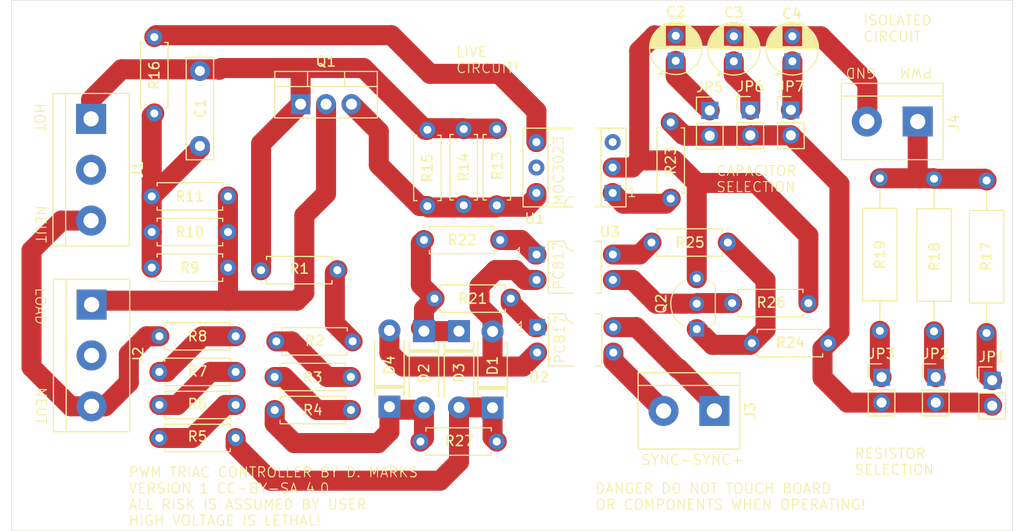
<source format=kicad_pcb>
(kicad_pcb (version 20221018) (generator pcbnew)
  (layers (0 "F.Cu" signal) (31 "B.Cu" signal) (34 "B.Paste" user) (35 "F.Paste" user) (36 "B.SilkS" user "B.Silkscreen") (37 "F.SilkS" user "F.Silkscreen") (38 "B.Mask" user) (39 "F.Mask" user) (44 "Edge.Cuts" user))
  (net 0 "")
  (net 1 "Net-(J1-Pin_1)")
  (net 2 "Net-(C1-Pad2)")
  (net 3 "Net-(JP5-A)")
  (net 4 "GND2")
  (net 5 "Net-(JP6-A)")
  (net 6 "Net-(JP7-A)")
  (net 7 "Net-(D1-K)")
  (net 8 "Net-(D1-A)")
  (net 9 "Net-(D2-A)")
  (net 10 "Net-(D3-A)")
  (net 12 "Net-(J1-Pin_3)")
  (net 13 "Net-(J2-Pin_1)")
  (net 15 "Net-(J3-Pin_1)")
  (net 16 "GND")
  (net 17 "Net-(J4-Pin_1)")
  (net 18 "Net-(JP1-A)")
  (net 19 "Net-(JP1-B)")
  (net 20 "Net-(JP2-A)")
  (net 21 "Net-(JP3-A)")
  (net 22 "Net-(Q1-G)")
  (net 23 "Net-(Q2-E)")
  (net 24 "Net-(Q2-B)")
  (net 25 "Net-(R1-Pad1)")
  (net 26 "Net-(R2-Pad1)")
  (net 27 "Net-(R3-Pad1)")
  (net 28 "Net-(R5-Pad2)")
  (net 29 "Net-(R6-Pad2)")
  (net 30 "Net-(R7-Pad2)")
  (net 31 "Net-(R16-Pad1)")
  (net 32 "Net-(R21-Pad2)")
  (net 33 "Net-(R22-Pad2)")
  (net 34 "Net-(R23-Pad2)")
  (net 35 "Net-(R25-Pad2)")
  (footprint "Capacitor_THT:CP_Radial_D5.0mm_P2.50mm" (layer "F.Cu") (at 122.15 56.1 90)
    (fp_text reference "C3" (at 4.85 0 180) (layer "F.SilkS"))
    (fp_text value "22 uF")
    (pad "1" thru_hole rect (at 0 0 90) (size 1.6 1.6) (drill 0.8) (layers "*.Cu" "*.Mask") (net 5 "Net-(JP6-A)"))
    (pad "2" thru_hole circle (at 2.5 0 90) (size 1.6 1.6) (drill 0.8) (layers "*.Cu" "*.Mask") (net 4 "GND2"))
  )
  (footprint "TerminalBlock:TerminalBlock_bornier-3_P5.08mm" (layer "F.Cu") (at 57.95 61.85 -90)
    (fp_text reference "J1" (at 5.05 -4.65 90) (layer "F.SilkS"))
    (fp_text value "AC LINE")
    (pad "1" thru_hole rect (at 0 0 270) (size 3 3) (drill 1.52) (layers "*.Cu" "*.Mask") (net 1 "Net-(J1-Pin_1)"))
    (pad "2" thru_hole circle (at 5.08 0 270) (size 3 3) (drill 1.52) (layers "*.Cu" "*.Mask"))
    (pad "3" thru_hole circle (at 10.16 0 270) (size 3 3) (drill 1.52) (layers "*.Cu" "*.Mask") (net 12 "Net-(J1-Pin_3)"))
  )
  (footprint "Resistor_THT:R_Axial_DIN0309_L9.0mm_D3.2mm_P15.24mm_Horizontal" (layer "F.Cu") (at 142.15 67.83 -90)
    (fp_text reference "R18" (at 7.79 -0.05 -90) (layer "F.SilkS"))
    (fp_text value "3k3")
    (pad "1" thru_hole circle (at 0 0 270) (size 1.6 1.6) (drill 0.8) (layers "*.Cu" "*.Mask") (net 17 "Net-(J4-Pin_1)"))
    (pad "2" thru_hole oval (at 15.24 0 270) (size 1.6 1.6) (drill 0.8) (layers "*.Cu" "*.Mask") (net 20 "Net-(JP2-A)"))
  )
  (footprint "MountingHole:MountingHole_3.2mm_M3" (layer "F.Cu") (at 54 98)
    (fp_text reference "H3" hide)
    (fp_text value "MountingHole")
    (pad "" np_thru_hole circle (at 0 0) (size 3.2 3.2) (drill 3.2) (layers "*.Cu" "*.Mask"))
  )
  (footprint "Capacitor_THT:CP_Radial_D5.0mm_P2.50mm" (layer "F.Cu") (at 128 56.1 90)
    (fp_text reference "C4" (at 4.755112 -0.05 180) (layer "F.SilkS"))
    (fp_text value "10 uF")
    (pad "1" thru_hole rect (at 0 0 90) (size 1.6 1.6) (drill 0.8) (layers "*.Cu" "*.Mask") (net 6 "Net-(JP7-A)"))
    (pad "2" thru_hole circle (at 2.5 0 90) (size 1.6 1.6) (drill 0.8) (layers "*.Cu" "*.Mask") (net 4 "GND2"))
  )
  (footprint "Resistor_THT:R_Axial_DIN0309_L9.0mm_D3.2mm_P15.24mm_Horizontal" (layer "F.Cu") (at 147.4 68 -90)
    (fp_text reference "R17" (at 7.59 0.05 -90) (layer "F.SilkS"))
    (fp_text value "3k3")
    (pad "1" thru_hole circle (at 0 0 270) (size 1.6 1.6) (drill 0.8) (layers "*.Cu" "*.Mask") (net 17 "Net-(J4-Pin_1)"))
    (pad "2" thru_hole oval (at 15.24 0 270) (size 1.6 1.6) (drill 0.8) (layers "*.Cu" "*.Mask") (net 18 "Net-(JP1-A)"))
  )
  (footprint "Resistor_THT:R_Axial_DIN0207_L6.3mm_D2.5mm_P7.62mm_Horizontal" (layer "F.Cu") (at 82.55 76.962 180)
    (fp_text reference "R1" (at 3.81 0.15) (layer "F.SilkS"))
    (fp_text value "10k")
    (pad "1" thru_hole circle (at 0 0 180) (size 1.6 1.6) (drill 0.8) (layers "*.Cu" "*.Mask") (net 25 "Net-(R1-Pad1)"))
    (pad "2" thru_hole oval (at 7.62 0 180) (size 1.6 1.6) (drill 0.8) (layers "*.Cu" "*.Mask") (net 1 "Net-(J1-Pin_1)"))
  )
  (footprint "Resistor_THT:R_Axial_DIN0207_L6.3mm_D2.5mm_P7.62mm_Horizontal" (layer "F.Cu") (at 72.39 90.424 180)
    (fp_text reference "R6" (at 3.81 0.1) (layer "F.SilkS"))
    (fp_text value "10k")
    (pad "1" thru_hole circle (at 0 0 180) (size 1.6 1.6) (drill 0.8) (layers "*.Cu" "*.Mask") (net 28 "Net-(R5-Pad2)"))
    (pad "2" thru_hole oval (at 7.62 0 180) (size 1.6 1.6) (drill 0.8) (layers "*.Cu" "*.Mask") (net 29 "Net-(R6-Pad2)"))
  )
  (footprint "Resistor_THT:R_Axial_DIN0207_L6.3mm_D2.5mm_P7.62mm_Horizontal" (layer "F.Cu") (at 98.47 94.08 180)
    (fp_text reference "R27" (at 3.74 0.06) (layer "F.SilkS"))
    (fp_text value "4k7")
    (pad "1" thru_hole circle (at 0 0 180) (size 1.6 1.6) (drill 0.8) (layers "*.Cu" "*.Mask") (net 8 "Net-(D1-A)"))
    (pad "2" thru_hole oval (at 7.62 0 180) (size 1.6 1.6) (drill 0.8) (layers "*.Cu" "*.Mask") (net 9 "Net-(D2-A)"))
  )
  (footprint "Resistor_THT:R_Axial_DIN0207_L6.3mm_D2.5mm_P7.62mm_Horizontal" (layer "F.Cu") (at 115.85 62.2 -90)
    (fp_text reference "R23" (at 3.77 0 90) (layer "F.SilkS"))
    (fp_text value "47R")
    (pad "1" thru_hole circle (at 0 0 270) (size 1.6 1.6) (drill 0.8) (layers "*.Cu" "*.Mask") (net 19 "Net-(JP1-B)"))
    (pad "2" thru_hole oval (at 7.62 0 270) (size 1.6 1.6) (drill 0.8) (layers "*.Cu" "*.Mask") (net 34 "Net-(R23-Pad2)"))
  )
  (footprint "Resistor_THT:R_Axial_DIN0207_L6.3mm_D2.5mm_P7.62mm_Horizontal" (layer "F.Cu") (at 72.39 87.122 180)
    (fp_text reference "R7" (at 3.81 0.05) (layer "F.SilkS"))
    (fp_text value "10k")
    (pad "1" thru_hole circle (at 0 0 180) (size 1.6 1.6) (drill 0.8) (layers "*.Cu" "*.Mask") (net 29 "Net-(R6-Pad2)"))
    (pad "2" thru_hole oval (at 7.62 0 180) (size 1.6 1.6) (drill 0.8) (layers "*.Cu" "*.Mask") (net 30 "Net-(R7-Pad2)"))
  )
  (footprint "Resistor_THT:R_Axial_DIN0207_L6.3mm_D2.5mm_P7.62mm_Horizontal" (layer "F.Cu") (at 91.2 73.95)
    (fp_text reference "R22" (at 3.81 0) (layer "F.SilkS"))
    (fp_text value "100R")
    (pad "1" thru_hole circle (at 0 0) (size 1.6 1.6) (drill 0.8) (layers "*.Cu" "*.Mask") (net 7 "Net-(D1-K)"))
    (pad "2" thru_hole oval (at 7.62 0) (size 1.6 1.6) (drill 0.8) (layers "*.Cu" "*.Mask") (net 33 "Net-(R22-Pad2)"))
  )
  (footprint "MountingHole:MountingHole_3.2mm_M3" (layer "F.Cu") (at 146 98)
    (fp_text reference "H4" hide)
    (fp_text value "MountingHole")
    (pad "" np_thru_hole circle (at 0 0) (size 3.2 3.2) (drill 3.2) (layers "*.Cu" "*.Mask"))
  )
  (footprint "Resistor_THT:R_Axial_DIN0207_L6.3mm_D2.5mm_P7.62mm_Horizontal" (layer "F.Cu") (at 64.262 53.68 -90)
    (fp_text reference "R16" (at 3.82 0 -270) (layer "F.SilkS"))
    (fp_text value "330R")
    (pad "1" thru_hole circle (at 0 0 270) (size 1.6 1.6) (drill 0.8) (layers "*.Cu" "*.Mask") (net 31 "Net-(R16-Pad1)"))
    (pad "2" thru_hole oval (at 7.62 0 270) (size 1.6 1.6) (drill 0.8) (layers "*.Cu" "*.Mask") (net 2 "Net-(C1-Pad2)"))
  )
  (footprint "Connector_PinHeader_2.54mm:PinHeader_1x02_P2.54mm_Vertical" (layer "F.Cu") (at 123.8 60.95)
    (fp_text reference "JP6" (at 0 -2.33) (layer "F.SilkS"))
    (fp_text value "Pinhead")
    (pad "1" thru_hole rect (at 0 0) (size 1.7 1.7) (drill 1) (layers "*.Cu" "*.Mask") (net 5 "Net-(JP6-A)"))
    (pad "2" thru_hole oval (at 0 2.54) (size 1.7 1.7) (drill 1) (layers "*.Cu" "*.Mask") (net 19 "Net-(JP1-B)"))
  )
  (footprint "Capacitor_THT:C_Rect_L10.0mm_W2.5mm_P7.50mm_MKS4" (layer "F.Cu") (at 68.82 57.06 -90)
    (fp_text reference "C1" (at 3.75 -0.06 -90) (layer "F.SilkS"))
    (fp_text value "10 nF, 400 V")
    (pad "1" thru_hole circle (at 0 0 270) (size 2 2) (drill 1) (layers "*.Cu" "*.Mask") (net 1 "Net-(J1-Pin_1)"))
    (pad "2" thru_hole circle (at 7.5 0 270) (size 2 2) (drill 1) (layers "*.Cu" "*.Mask") (net 2 "Net-(C1-Pad2)"))
  )
  (footprint "Resistor_THT:R_Axial_DIN0207_L6.3mm_D2.5mm_P7.62mm_Horizontal" (layer "F.Cu") (at 131.57 84.25 180)
    (fp_text reference "R24" (at 3.77 0.05) (layer "F.SilkS"))
    (fp_text value "4R7")
    (pad "1" thru_hole circle (at 0 0 180) (size 1.6 1.6) (drill 0.8) (layers "*.Cu" "*.Mask") (net 19 "Net-(JP1-B)"))
    (pad "2" thru_hole oval (at 7.62 0 180) (size 1.6 1.6) (drill 0.8) (layers "*.Cu" "*.Mask") (net 23 "Net-(Q2-E)"))
  )
  (footprint "Capacitor_THT:CP_Radial_D5.0mm_P2.50mm" (layer "F.Cu") (at 116.35 56.05 90)
    (fp_text reference "C2" (at 4.9 0) (layer "F.SilkS"))
    (fp_text value "47 uF")
    (pad "1" thru_hole rect (at 0 0 90) (size 1.6 1.6) (drill 0.8) (layers "*.Cu" "*.Mask") (net 3 "Net-(JP5-A)"))
    (pad "2" thru_hole circle (at 2.5 0 90) (size 1.6 1.6) (drill 0.8) (layers "*.Cu" "*.Mask") (net 4 "GND2"))
  )
  (footprint "Resistor_THT:R_Axial_DIN0207_L6.3mm_D2.5mm_P7.62mm_Horizontal" (layer "F.Cu") (at 92.25 79.8)
    (fp_text reference "R21" (at 3.82 0) (layer "F.SilkS"))
    (fp_text value "100R")
    (pad "1" thru_hole circle (at 0 0) (size 1.6 1.6) (drill 0.8) (layers "*.Cu" "*.Mask") (net 7 "Net-(D1-K)"))
    (pad "2" thru_hole oval (at 7.62 0) (size 1.6 1.6) (drill 0.8) (layers "*.Cu" "*.Mask") (net 32 "Net-(R21-Pad2)"))
  )
  (footprint "Connector_PinHeader_2.54mm:PinHeader_1x02_P2.54mm_Vertical" (layer "F.Cu") (at 142.32 87.65)
    (fp_text reference "JP2" (at 0 -2.33) (layer "F.SilkS"))
    (fp_text value "Pinhead")
    (pad "1" thru_hole rect (at 0 0) (size 1.7 1.7) (drill 1) (layers "*.Cu" "*.Mask") (net 20 "Net-(JP2-A)"))
    (pad "2" thru_hole oval (at 0 2.54) (size 1.7 1.7) (drill 1) (layers "*.Cu" "*.Mask") (net 19 "Net-(JP1-B)"))
  )
  (footprint "Connector_PinHeader_2.54mm:PinHeader_1x02_P2.54mm_Vertical" (layer "F.Cu") (at 119.75 61)
    (fp_text reference "JP5" (at 0 -2.33) (layer "F.SilkS"))
    (fp_text value "Pinhead")
    (pad "1" thru_hole rect (at 0 0) (size 1.7 1.7) (drill 1) (layers "*.Cu" "*.Mask") (net 3 "Net-(JP5-A)"))
    (pad "2" thru_hole oval (at 0 2.54) (size 1.7 1.7) (drill 1) (layers "*.Cu" "*.Mask") (net 19 "Net-(JP1-B)"))
  )
  (footprint "TerminalBlock:TerminalBlock_bornier-3_P5.08mm" (layer "F.Cu") (at 58 80.4 -90)
    (fp_text reference "J2" (at 5.05 -4.65 90) (layer "F.SilkS"))
    (fp_text value "LOAD")
    (pad "1" thru_hole rect (at 0 0 270) (size 3 3) (drill 1.52) (layers "*.Cu" "*.Mask") (net 13 "Net-(J2-Pin_1)"))
    (pad "2" thru_hole circle (at 5.08 0 270) (size 3 3) (drill 1.52) (layers "*.Cu" "*.Mask"))
    (pad "3" thru_hole circle (at 10.16 0 270) (size 3 3) (drill 1.52) (layers "*.Cu" "*.Mask") (net 12 "Net-(J1-Pin_3)"))
  )
  (footprint "TerminalBlock:TerminalBlock_bornier-2_P5.08mm" (layer "F.Cu") (at 140.52 62.11 180)
    (fp_text reference "J4" (at -3.62 -0.12 90) (layer "F.SilkS"))
    (fp_text value "PWM")
    (pad "1" thru_hole rect (at 0 0 180) (size 3 3) (drill 1.52) (layers "*.Cu" "*.Mask") (net 17 "Net-(J4-Pin_1)"))
    (pad "2" thru_hole circle (at 5.08 0 180) (size 3 3) (drill 1.52) (layers "*.Cu" "*.Mask") (net 4 "GND2"))
  )
  (footprint "Connector_PinHeader_2.54mm:PinHeader_1x02_P2.54mm_Vertical" (layer "F.Cu") (at 127.85 60.95)
    (fp_text reference "JP7" (at 0 -2.33) (layer "F.SilkS"))
    (fp_text value "Pinhead")
    (pad "1" thru_hole rect (at 0 0) (size 1.7 1.7) (drill 1) (layers "*.Cu" "*.Mask") (net 6 "Net-(JP7-A)"))
    (pad "2" thru_hole oval (at 0 2.54) (size 1.7 1.7) (drill 1) (layers "*.Cu" "*.Mask") (net 19 "Net-(JP1-B)"))
  )
  (footprint "Resistor_THT:R_Axial_DIN0207_L6.3mm_D2.5mm_P7.62mm_Horizontal" (layer "F.Cu") (at 76.29 90.932)
    (fp_text reference "R4" (at 3.81 0) (layer "F.SilkS"))
    (fp_text value "10k")
    (pad "1" thru_hole circle (at 0 0) (size 1.6 1.6) (drill 0.8) (layers "*.Cu" "*.Mask") (net 9 "Net-(D2-A)"))
    (pad "2" thru_hole oval (at 7.62 0) (size 1.6 1.6) (drill 0.8) (layers "*.Cu" "*.Mask") (net 27 "Net-(R3-Pad1)"))
  )
  (footprint "Resistor_THT:R_Axial_DIN0207_L6.3mm_D2.5mm_P7.62mm_Horizontal" (layer "F.Cu") (at 95.17 62.87 -90)
    (fp_text reference "R14" (at 3.81 0 90) (layer "F.SilkS"))
    (fp_text value "220k")
    (pad "1" thru_hole circle (at 0 0 270) (size 1.6 1.6) (drill 0.8) (layers "*.Cu" "*.Mask") (net 1 "Net-(J1-Pin_1)"))
    (pad "2" thru_hole oval (at 7.62 0 270) (size 1.6 1.6) (drill 0.8) (layers "*.Cu" "*.Mask") (net 22 "Net-(Q1-G)"))
  )
  (footprint "Resistor_THT:R_Axial_DIN0207_L6.3mm_D2.5mm_P7.62mm_Horizontal" (layer "F.Cu") (at 76.28 87.63)
    (fp_text reference "R3" (at 3.81 0.05) (layer "F.SilkS"))
    (fp_text value "10k")
    (pad "1" thru_hole circle (at 0 0) (size 1.6 1.6) (drill 0.8) (layers "*.Cu" "*.Mask") (net 27 "Net-(R3-Pad1)"))
    (pad "2" thru_hole oval (at 7.62 0) (size 1.6 1.6) (drill 0.8) (layers "*.Cu" "*.Mask") (net 26 "Net-(R2-Pad1)"))
  )
  (footprint "Resistor_THT:R_Axial_DIN0207_L6.3mm_D2.5mm_P7.62mm_Horizontal" (layer "F.Cu") (at 129.6 80.25 180)
    (fp_text reference "R26" (at 3.72 0.05) (layer "F.SilkS"))
    (fp_text value "1k")
    (pad "1" thru_hole circle (at 0 0 180) (size 1.6 1.6) (drill 0.8) (layers "*.Cu" "*.Mask") (net 4 "GND2"))
    (pad "2" thru_hole oval (at 7.62 0 180) (size 1.6 1.6) (drill 0.8) (layers "*.Cu" "*.Mask") (net 24 "Net-(Q2-B)"))
  )
  (footprint "Resistor_THT:R_Axial_DIN0207_L6.3mm_D2.5mm_P7.62mm_Horizontal" (layer "F.Cu") (at 121.55 74.2 180)
    (fp_text reference "R25" (at 3.77 0) (layer "F.SilkS"))
    (fp_text value "47R")
    (pad "1" thru_hole circle (at 0 0 180) (size 1.6 1.6) (drill 0.8) (layers "*.Cu" "*.Mask") (net 23 "Net-(Q2-E)"))
    (pad "2" thru_hole oval (at 7.62 0 180) (size 1.6 1.6) (drill 0.8) (layers "*.Cu" "*.Mask") (net 35 "Net-(R25-Pad2)"))
  )
  (footprint "Resistor_THT:R_Axial_DIN0207_L6.3mm_D2.5mm_P7.62mm_Horizontal" (layer "F.Cu") (at 98.48 62.87 -90)
    (fp_text reference "R13" (at 3.67 -0.05 90) (layer "F.SilkS"))
    (fp_text value "220k")
    (pad "1" thru_hole circle (at 0 0 270) (size 1.6 1.6) (drill 0.8) (layers "*.Cu" "*.Mask") (net 1 "Net-(J1-Pin_1)"))
    (pad "2" thru_hole oval (at 7.62 0 270) (size 1.6 1.6) (drill 0.8) (layers "*.Cu" "*.Mask") (net 22 "Net-(Q1-G)"))
  )
  (footprint "Resistor_THT:R_Axial_DIN0207_L6.3mm_D2.5mm_P7.62mm_Horizontal" (layer "F.Cu") (at 64.008 76.708)
    (fp_text reference "R9" (at 3.81 0) (layer "F.SilkS"))
    (fp_text value "100R")
    (pad "1" thru_hole circle (at 0 0) (size 1.6 1.6) (drill 0.8) (layers "*.Cu" "*.Mask") (net 2 "Net-(C1-Pad2)"))
    (pad "2" thru_hole oval (at 7.62 0) (size 1.6 1.6) (drill 0.8) (layers "*.Cu" "*.Mask") (net 13 "Net-(J2-Pin_1)"))
  )
  (footprint "Resistor_THT:R_Axial_DIN0207_L6.3mm_D2.5mm_P7.62mm_Horizontal" (layer "F.Cu") (at 91.54 62.94 -90)
    (fp_text reference "R15" (at 3.82 0 90) (layer "F.SilkS"))
    (fp_text value "220k")
    (pad "1" thru_hole circle (at 0 0 270) (size 1.6 1.6) (drill 0.8) (layers "*.Cu" "*.Mask") (net 1 "Net-(J1-Pin_1)"))
    (pad "2" thru_hole oval (at 7.62 0 270) (size 1.6 1.6) (drill 0.8) (layers "*.Cu" "*.Mask") (net 22 "Net-(Q1-G)"))
  )
  (footprint "Package_TO_SOT_THT:TO-220-3_Vertical" (layer "F.Cu") (at 78.88 60.38)
    (fp_text reference "Q1" (at 2.54 -4.27) (layer "F.SilkS"))
    (fp_text value "BTA16-600")
    (pad "1" thru_hole rect (at 0 0) (size 1.905 2) (drill 1.1) (layers "*.Cu" "*.Mask") (net 1 "Net-(J1-Pin_1)"))
    (pad "2" thru_hole oval (at 2.54 0) (size 1.905 2) (drill 1.1) (layers "*.Cu" "*.Mask") (net 13 "Net-(J2-Pin_1)"))
    (pad "3" thru_hole oval (at 5.08 0) (size 1.905 2) (drill 1.1) (layers "*.Cu" "*.Mask") (net 22 "Net-(Q1-G)"))
  )
  (footprint "Package_DIP:DIP-4_W7.62mm" (layer "F.Cu") (at 102.45 75.4)
    (fp_text reference "U3" (at 7.33 -2.26) (layer "F.SilkS"))
    (fp_text value "PC817")
    (pad "1" thru_hole rect (at 0 0) (size 1.6 1.6) (drill 0.8) (layers "*.Cu" "*.Mask") (net 33 "Net-(R22-Pad2)"))
    (pad "2" thru_hole oval (at 0 2.54) (size 1.6 1.6) (drill 0.8) (layers "*.Cu" "*.Mask") (net 10 "Net-(D3-A)"))
    (pad "3" thru_hole oval (at 7.62 2.54) (size 1.6 1.6) (drill 0.8) (layers "*.Cu" "*.Mask") (net 24 "Net-(Q2-B)"))
    (pad "4" thru_hole oval (at 7.62 0) (size 1.6 1.6) (drill 0.8) (layers "*.Cu" "*.Mask") (net 35 "Net-(R25-Pad2)"))
  )
  (footprint "MountingHole:MountingHole_2.1mm" (layer "F.Cu") (at 107.21 75.44)
    (fp_text reference "H5" hide)
    (fp_text value "MountingHole" hide)
    (pad "" np_thru_hole oval (at 0 0) (size 2.1 40) (drill oval 2.1 40) (layers "F&B.Cu" "*.Mask"))
  )
  (footprint "MountingHole:MountingHole_3.2mm_M3" (layer "F.Cu") (at 54 54)
    (fp_text reference "H1" hide)
    (fp_text value "MountingHole" hide)
    (pad "" np_thru_hole circle (at 0 0) (size 3.2 3.2) (drill 3.2) (layers "*.Cu" "*.Mask"))
  )
  (footprint "Resistor_THT:R_Axial_DIN0207_L6.3mm_D2.5mm_P7.62mm_Horizontal" (layer "F.Cu") (at 72.39 83.566 180)
    (fp_text reference "R8" (at 3.81 0) (layer "F.SilkS"))
    (fp_text value "10k")
    (pad "1" thru_hole circle (at 0 0 180) (size 1.6 1.6) (drill 0.8) (layers "*.Cu" "*.Mask") (net 30 "Net-(R7-Pad2)"))
    (pad "2" thru_hole oval (at 7.62 0 180) (size 1.6 1.6) (drill 0.8) (layers "*.Cu" "*.Mask") (net 12 "Net-(J1-Pin_3)"))
  )
  (footprint "Connector_PinHeader_2.54mm:PinHeader_1x02_P2.54mm_Vertical" (layer "F.Cu") (at 147.96 87.96)
    (fp_text reference "JP1" (at 0 -2.33) (layer "F.SilkS"))
    (fp_text value "Pinhead")
    (pad "1" thru_hole rect (at 0 0) (size 1.7 1.7) (drill 1) (layers "*.Cu" "*.Mask") (net 18 "Net-(JP1-A)"))
    (pad "2" thru_hole oval (at 0 2.54) (size 1.7 1.7) (drill 1) (layers "*.Cu" "*.Mask") (net 19 "Net-(JP1-B)"))
  )
  (footprint "Package_DIP:DIP-6_W7.62mm_Socket" (layer "F.Cu") (at 110.05 69.25 180)
    (fp_text reference "U1" (at 7.8 -2.55) (layer "F.SilkS"))
    (fp_text value "MOC3023")
    (pad "1" thru_hole rect (at 0 0 180) (size 1.6 1.6) (drill 0.8) (layers "*.Cu" "*.Mask") (net 34 "Net-(R23-Pad2)"))
    (pad "2" thru_hole oval (at 0 2.54 180) (size 1.6 1.6) (drill 0.8) (layers "*.Cu" "*.Mask") (net 4 "GND2"))
    (pad "3" thru_hole oval (at 0 5.08 180) (size 1.6 1.6) (drill 0.8) (layers "*.Cu" "*.Mask"))
    (pad "4" thru_hole oval (at 7.62 5.08 180) (size 1.6 1.6) (drill 0.8) (layers "*.Cu" "*.Mask") (net 31 "Net-(R16-Pad1)"))
    (pad "5" thru_hole oval (at 7.62 2.54 180) (size 1.6 1.6) (drill 0.8) (layers "*.Cu" "*.Mask"))
    (pad "6" thru_hole oval (at 7.62 0 180) (size 1.6 1.6) (drill 0.8) (layers "*.Cu" "*.Mask") (net 22 "Net-(Q1-G)"))
  )
  (footprint "Diode_THT:D_DO-41_SOD81_P7.62mm_Horizontal" (layer "F.Cu") (at 91.2 83.05 -90)
    (fp_text reference "D2" (at 4.2 0 90) (layer "F.SilkS"))
    (fp_text value "1N4007")
    (pad "1" thru_hole rect (at 0 0 270) (size 2.2 2.2) (drill 1.1) (layers "*.Cu" "*.Mask") (net 7 "Net-(D1-K)"))
    (pad "2" thru_hole oval (at 7.62 0 270) (size 2.2 2.2) (drill 1.1) (layers "*.Cu" "*.Mask") (net 9 "Net-(D2-A)"))
  )
  (footprint "Diode_THT:D_DO-41_SOD81_P7.62mm_Horizontal" (layer "F.Cu") (at 98.05 90.7 90)
    (fp_text reference "D3" (at 3.5 -3.35 90) (layer "F.SilkS"))
    (fp_text value "1N4007")
    (pad "1" thru_hole rect (at 0 0 90) (size 2.2 2.2) (drill 1.1) (layers "*.Cu" "*.Mask") (net 8 "Net-(D1-A)"))
    (pad "2" thru_hole oval (at 7.62 0 90) (size 2.2 2.2) (drill 1.1) (layers "*.Cu" "*.Mask") (net 10 "Net-(D3-A)"))
  )
  (footprint "Package_DIP:DIP-4_W7.62mm" (layer "F.Cu") (at 102.5 82.65)
    (fp_text reference "U2" (at 0.17 4.99) (layer "F.SilkS"))
    (fp_text value "PC817")
    (pad "1" thru_hole rect (at 0 0) (size 1.6 1.6) (drill 0.8) (layers "*.Cu" "*.Mask") (net 32 "Net-(R21-Pad2)"))
    (pad "2" thru_hole oval (at 0 2.54) (size 1.6 1.6) (drill 0.8) (layers "*.Cu" "*.Mask") (net 10 "Net-(D3-A)"))
    (pad "3" thru_hole oval (at 7.62 2.54) (size 1.6 1.6) (drill 0.8) (layers "*.Cu" "*.Mask") (net 16 "GND"))
    (pad "4" thru_hole oval (at 7.62 0) (size 1.6 1.6) (drill 0.8) (layers "*.Cu" "*.Mask") (net 15 "Net-(J3-Pin_1)"))
  )
  (footprint "Resistor_THT:R_Axial_DIN0207_L6.3mm_D2.5mm_P7.62mm_Horizontal" (layer "F.Cu") (at 72.39 93.726 180)
    (fp_text reference "R5" (at 3.81 0.15) (layer "F.SilkS"))
    (fp_text value "10k")
    (pad "1" thru_hole circle (at 0 0 180) (size 1.6 1.6) (drill 0.8) (layers "*.Cu" "*.Mask") (net 8 "Net-(D1-A)"))
    (pad "2" thru_hole oval (at 7.62 0 180) (size 1.6 1.6) (drill 0.8) (layers "*.Cu" "*.Mask") (net 28 "Net-(R5-Pad2)"))
  )
  (footprint "Diode_THT:D_DO-41_SOD81_P7.62mm_Horizontal" (layer "F.Cu") (at 87.75 90.6 90)
    (fp_text reference "D4" (at 4.15 0 90) (layer "F.SilkS"))
    (fp_text value "1N4007")
    (pad "1" thru_hole rect (at 0 0 90) (size 2.2 2.2) (drill 1.1) (layers "*.Cu" "*.Mask") (net 9 "Net-(D2-A)"))
    (pad "2" thru_hole oval (at 7.62 0 90) (size 2.2 2.2) (drill 1.1) (layers "*.Cu" "*.Mask") (net 10 "Net-(D3-A)"))
  )
  (footprint "Diode_THT:D_DO-41_SOD81_P7.62mm_Horizontal" (layer "F.Cu") (at 94.7 83.05 -90)
    (fp_text reference "D1" (at 3.45 -3.35 90) (layer "F.SilkS"))
    (fp_text value "1N4007")
    (pad "1" thru_hole rect (at 0 0 270) (size 2.2 2.2) (drill 1.1) (layers "*.Cu" "*.Mask") (net 7 "Net-(D1-K)"))
    (pad "2" thru_hole oval (at 7.62 0 270) (size 2.2 2.2) (drill 1.1) (layers "*.Cu" "*.Mask") (net 8 "Net-(D1-A)"))
  )
  (footprint "MountingHole:MountingHole_3.2mm_M3" (layer "F.Cu") (at 146 54)
    (fp_text reference "H2" hide)
    (fp_text value "MountingHole")
    (pad "" np_thru_hole circle (at 0 0) (size 3.2 3.2) (drill 3.2) (layers "*.Cu" "*.Mask"))
  )
  (footprint "Connector_PinHeader_2.54mm:PinHeader_1x02_P2.54mm_Vertical" (layer "F.Cu") (at 136.91 87.65)
    (fp_text reference "JP3" (at 0 -2.33) (layer "F.SilkS"))
    (fp_text value "Pinhead")
    (pad "1" thru_hole rect (at 0 0) (size 1.7 1.7) (drill 1) (layers "*.Cu" "*.Mask") (net 21 "Net-(JP3-A)"))
    (pad "2" thru_hole oval (at 0 2.54) (size 1.7 1.7) (drill 1) (layers "*.Cu" "*.Mask") (net 19 "Net-(JP1-B)"))
  )
  (footprint "Resistor_THT:R_Axial_DIN0207_L6.3mm_D2.5mm_P7.62mm_Horizontal" (layer "F.Cu") (at 76.454 84.074)
    (fp_text reference "R2" (at 3.84 -0.06) (layer "F.SilkS"))
    (fp_text value "10k")
    (pad "1" thru_hole circle (at 0 0) (size 1.6 1.6) (drill 0.8) (layers "*.Cu" "*.Mask") (net 26 "Net-(R2-Pad1)"))
    (pad "2" thru_hole oval (at 7.62 0) (size 1.6 1.6) (drill 0.8) (layers "*.Cu" "*.Mask") (net 25 "Net-(R1-Pad1)"))
  )
  (footprint "Package_TO_SOT_THT:TO-92_Inline_Wide" (layer "F.Cu") (at 118.45 82.85 90)
    (fp_text reference "Q2" (at 2.54 -3.56 90) (layer "F.SilkS"))
    (fp_text value "2N2907")
    (pad "1" thru_hole rect (at 0 0 90) (size 1.5 1.5) (drill 0.8) (layers "*.Cu" "*.Mask") (net 23 "Net-(Q2-E)"))
    (pad "2" thru_hole circle (at 2.54 0 90) (size 1.5 1.5) (drill 0.8) (layers "*.Cu" "*.Mask") (net 24 "Net-(Q2-B)"))
    (pad "3" thru_hole circle (at 5.08 0 90) (size 1.5 1.5) (drill 0.8) (layers "*.Cu" "*.Mask") (net 4 "GND2"))
  )
  (footprint "TerminalBlock:TerminalBlock_bornier-2_P5.08mm" (layer "F.Cu") (at 120.21 91.02 180)
    (fp_text reference "J3" (at -3.58 0.02 90) (layer "F.SilkS"))
    (fp_text value "ZEROCROSS")
    (pad "1" thru_hole rect (at 0 0 180) (size 3 3) (drill 1.52) (layers "*.Cu" "*.Mask") (net 15 "Net-(J3-Pin_1)"))
    (pad "2" thru_hole circle (at 5.08 0 180) (size 3 3) (drill 1.52) (layers "*.Cu" "*.Mask") (net 16 "GND"))
  )
  (footprint "Resistor_THT:R_Axial_DIN0309_L9.0mm_D3.2mm_P15.24mm_Horizontal" (layer "F.Cu") (at 136.74 67.78 -90)
    (fp_text reference "R19" (at 7.63 0 90) (layer "F.SilkS"))
    (fp_text value "820R")
    (pad "1" thru_hole circle (at 0 0 270) (size 1.6 1.6) (drill 0.8) (layers "*.Cu" "*.Mask") (net 17 "Net-(J4-Pin_1)"))
    (pad "2" thru_hole oval (at 15.24 0 270) (size 1.6 1.6) (drill 0.8) (layers "*.Cu" "*.Mask") (net 21 "Net-(JP3-A)"))
  )
  (footprint "Resistor_THT:R_Axial_DIN0207_L6.3mm_D2.5mm_P7.62mm_Horizontal" (layer "F.Cu") (at 64.008 69.596)
    (fp_text reference "R11" (at 3.81 0) (layer "F.SilkS"))
    (fp_text value "100R")
    (pad "1" thru_hole circle (at 0 0) (size 1.6 1.6) (drill 0.8) (layers "*.Cu" "*.Mask") (net 2 "Net-(C1-Pad2)"))
    (pad "2" thru_hole oval (at 7.62 0) (size 1.6 1.6) (drill 0.8) (layers "*.Cu" "*.Mask") (net 13 "Net-(J2-Pin_1)"))
  )
  (footprint "Resistor_THT:R_Axial_DIN0207_L6.3mm_D2.5mm_P7.62mm_Horizontal" (layer "F.Cu") (at 64.008 73.152)
    (fp_text reference "R10" (at 3.81 0) (layer "F.SilkS"))
    (fp_text value "100R")
    (pad "1" thru_hole circle (at 0 0) (size 1.6 1.6) (drill 0.8) (layers "*.Cu" "*.Mask") (net 2 "Net-(C1-Pad2)"))
    (pad "2" thru_hole oval (at 7.62 0) (size 1.6 1.6) (drill 0.8) (layers "*.Cu" "*.Mask") (net 13 "Net-(J2-Pin_1)"))
  )
  (gr_line (start 150 103) (end 50 103) (stroke (width 0.05)) (layer "Edge.Cuts"))
  (gr_line (start 150 50) (end 150 103) (stroke (width 0.05)) (layer "Edge.Cuts"))
  (gr_line (start 50 50) (end 150 50) (stroke (width 0.05)) (layer "Edge.Cuts"))
  (gr_line (start 50 103) (end 50 50) (stroke (width 0.05)) (layer "Edge.Cuts"))
  (gr_text "CAPACITOR\nSELECTION" (at 120.34 69.24) (layer "F.SilkS") (effects (font (size 1 1) (thickness 0.1)) (justify left bottom)))
  (gr_text "LIVE\nCIRCUIT!" (at 94.36 57.36) (layer "F.SilkS") (effects (font (size 1 1) (thickness 0.1)) (justify left bottom)))
  (gr_text "\nHOT" (at 52.21 60.21 270) (layer "F.SilkS") (effects (font (size 1 1) (thickness 0.1)) (justify left bottom)))
  (gr_text "PWM TRIAC CONTROLLER BY D. MARKS\nVERSION 1 CC-BY-SA 4.0\nALL RISK IS ASSUMED BY USER\nHIGH VOLTAGE IS LETHAL!" (at 61.64 102.56) (layer "F.SilkS") (effects (font (size 1 1) (thickness 0.1)) (justify left bottom)))
  (gr_text "LOAD" (at 52.31 78.64 270) (layer "F.SilkS") (effects (font (size 1 1) (thickness 0.1)) (justify left bottom)))
  (gr_text "NEUT" (at 52.37 88.58 270) (layer "F.SilkS") (effects (font (size 1 1) (thickness 0.1)) (justify left bottom)))
  (gr_text "GND" (at 136.43 56.67 180) (layer "F.SilkS") (effects (font (size 1 1) (thickness 0.1)) (justify left bottom)))
  (gr_text "RESISTOR\nSELECTION" (at 134.17 97.48) (layer "F.SilkS") (effects (font (size 1 1) (thickness 0.1)) (justify left bottom)))
  (gr_text "PC817" (at 105.37 86.38 90) (layer "F.SilkS") (effects (font (size 1 1) (thickness 0.1)) (justify left bottom)))
  (gr_text "SYNC+" (at 117.98 96.49) (layer "F.SilkS") (effects (font (size 1 1) (thickness 0.1)) (justify left bottom)))
  (gr_text "PC817" (at 105.23 79.02 90) (layer "F.SilkS") (effects (font (size 1 1) (thickness 0.1)) (justify left bottom)))
  (gr_text "DANGER DO NOT TOUCH BOARD\nOR COMPONENTS WHEN OPERATING!" (at 108.25 100.97) (layer "F.SilkS") (effects (font (size 1 1) (thickness 0.1)) (justify left bottom)))
  (gr_text "PWM" (at 142.04 56.67 180) (layer "F.SilkS") (effects (font (size 1 1) (thickness 0.1)) (justify left bottom)))
  (gr_text "MOC3023" (at 105.24 70.58 90) (layer "F.SilkS") (effects (font (size 1 1) (thickness 0.1)) (justify left bottom)))
  (gr_text "1" (at 111.43 69.74) (layer "F.SilkS") (effects (font (size 1 1) (thickness 0.1)) (justify left bottom)))
  (gr_text "SYNC-" (at 112.83 96.5) (layer "F.SilkS") (effects (font (size 1 1) (thickness 0.1)) (justify left bottom)))
  (gr_text "1" (at 100.37 83.21) (layer "F.SilkS") (effects (font (size 1 1) (thickness 0.1)) (justify left bottom)))
  (gr_text "ISOLATED\nCIRCUIT" (at 135.03 54.21) (layer "F.SilkS") (effects (font (size 1 1) (thickness 0.1)) (justify left bottom)))
  (gr_text "NEUT" (at 52.33 70.42 270) (layer "F.SilkS") (effects (font (size 1 1) (thickness 0.1)) (justify left bottom)))
  (gr_text "1" (at 100.19 75.81) (layer "F.SilkS") (effects (font (size 1 1) (thickness 0.1)) (justify left bottom)))
  (segment (start 95.08 62.78) (end 91.7 62.78) (width 2) (layer "F.Cu") (net 1))
  (segment (start 70.92 56.77) (end 70.75 56.94) (width 2) (layer "F.Cu") (net 1))
  (segment (start 78.88 56.9) (end 78.75 56.77) (width 2) (layer "F.Cu") (net 1))
  (segment (start 74.93 64.33) (end 78.88 60.38) (width 2) (layer "F.Cu") (net 1))
  (segment (start 78.75 56.77) (end 70.92 56.77) (width 2) (layer "F.Cu") (net 1))
  (segment (start 74.93 76.962) (end 74.93 64.33) (width 2) (layer "F.Cu") (net 1))
  (segment (start 60.994 56.896) (end 57.95 59.94) (width 2) (layer "F.Cu") (net 1))
  (segment (start 98.43 62.82) (end 95.22 62.82) (width 2) (layer "F.Cu") (net 1))
  (segment (start 78.88 60.38) (end 78.88 56.9) (width 2) (layer "F.Cu") (net 1))
  (segment (start 70.706 56.896) (end 60.994 56.896) (width 2) (layer "F.Cu") (net 1))
  (segment (start 70.75 56.94) (end 70.706 56.896) (width 2) (layer "F.Cu") (net 1))
  (segment (start 57.95 59.94) (end 57.95 61.85) (width 2) (layer "F.Cu") (net 1))
  (segment (start 95.22 62.82) (end 95.17 62.87) (width 2) (layer "F.Cu") (net 1))
  (segment (start 91.7 62.78) (end 91.54 62.94) (width 2) (layer "F.Cu") (net 1))
  (segment (start 95.17 62.87) (end 95.08 62.78) (width 2) (layer "F.Cu") (net 1))
  (segment (start 78.75 56.77) (end 85.16 56.77) (width 2) (layer "F.Cu") (net 1))
  (segment (start 85.16 56.77) (end 91.33 62.94) (width 2) (layer "F.Cu") (net 1))
  (segment (start 91.33 62.94) (end 91.54 62.94) (width 2) (layer "F.Cu") (net 1))
  (segment (start 98.48 62.87) (end 98.43 62.82) (width 2) (layer "F.Cu") (net 1))
  (segment (start 64.008 76.708) (end 64 76.7) (width 2) (layer "F.Cu") (net 2))
  (segment (start 64 69.604) (end 64.008 69.596) (width 2) (layer "F.Cu") (net 2))
  (segment (start 68.82 64.784) (end 64.008 69.596) (width 2) (layer "F.Cu") (net 2))
  (segment (start 68.82 64.56) (end 68.82 64.784) (width 2) (layer "F.Cu") (net 2))
  (segment (start 64.008 61.554) (end 64.262 61.3) (width 2) (layer "F.Cu") (net 2))
  (segment (start 64 76.7) (end 64 73.16) (width 2) (layer "F.Cu") (net 2))
  (segment (start 64 73.16) (end 64.008 73.152) (width 2) (layer "F.Cu") (net 2))
  (segment (start 64 73.144) (end 64 69.604) (width 2) (layer "F.Cu") (net 2))
  (segment (start 64.008 69.596) (end 64.008 61.554) (width 2) (layer "F.Cu") (net 2))
  (segment (start 64.008 73.152) (end 64 73.144) (width 2) (layer "F.Cu") (net 2))
  (segment (start 116.35 56.05) (end 116.35 57.6) (width 2) (layer "F.Cu") (net 3))
  (segment (start 116.35 57.6) (end 119.75 61) (width 2) (layer "F.Cu") (net 3))
  (segment (start 114.25 53.5) (end 114.3 53.55) (width 2) (layer "F.Cu") (net 4))
  (segment (start 118.45 77.77) (end 118.45 68.25) (width 2) (layer "F.Cu") (net 4))
  (segment (start 118.45 68.25) (end 124.35 68.25) (width 2) (layer "F.Cu") (net 4))
  (segment (start 122.1 53.55) (end 122.15 53.6) (width 2) (layer "F.Cu") (net 4))
  (segment (start 129.6 73.5) (end 129.6 80.25) (width 2) (layer "F.Cu") (net 4))
  (segment (start 135.49 58.24) (end 130.85 53.6) (width 2) (layer "F.Cu") (net 4))
  (segment (start 112.7 55.05) (end 114.25 53.5) (width 2) (layer "F.Cu") (net 4))
  (segment (start 122.15 53.6) (end 128 53.6) (width 2) (layer "F.Cu") (net 4))
  (segment (start 116.2 66) (end 112.7 66) (width 2) (layer "F.Cu") (net 4))
  (segment (start 112.7 66) (end 112.7 55.05) (width 2) (layer "F.Cu") (net 4))
  (segment (start 111.99 66.71) (end 112.7 66) (width 2) (layer "F.Cu") (net 4))
  (segment (start 114.3 53.55) (end 116.35 53.55) (width 2) (layer "F.Cu") (net 4))
  (segment (start 130.85 53.6) (end 128 53.6) (width 2) (layer "F.Cu") (net 4))
  (segment (start 124.35 68.25) (end 129.6 73.5) (width 2) (layer "F.Cu") (net 4))
  (segment (start 118.45 68.25) (end 116.2 66) (width 2) (layer "F.Cu") (net 4))
  (segment (start 116.35 53.55) (end 122.1 53.55) (width 2) (layer "F.Cu") (net 4))
  (segment (start 110.05 66.71) (end 111.99 66.71) (width 2) (layer "F.Cu") (net 4))
  (segment (start 135.49 62.15) (end 135.49 58.24) (width 2) (layer "F.Cu") (net 4))
  (segment (start 123.8 59.1) (end 123.8 60.95) (width 2) (layer "F.Cu") (net 5))
  (segment (start 122.15 56.1) (end 122.15 57.45) (width 2) (layer "F.Cu") (net 5))
  (segment (start 122.15 57.45) (end 123.8 59.1) (width 2) (layer "F.Cu") (net 5))
  (segment (start 128 60.8) (end 127.85 60.95) (width 2) (layer "F.Cu") (net 6))
  (segment (start 128 56.1) (end 128 60.8) (width 2) (layer "F.Cu") (net 6))
  (segment (start 91.2 83.05) (end 94.7 83.05) (width 2) (layer "F.Cu") (net 7))
  (segment (start 91.2 80.85) (end 92.25 79.8) (width 2) (layer "F.Cu") (net 7))
  (segment (start 90.89 74.26) (end 91.2 73.95) (width 2) (layer "F.Cu") (net 7))
  (segment (start 90.9 82.75) (end 91.2 83.05) (width 2) (layer "F.Cu") (net 7))
  (segment (start 90.89 78.44) (end 90.89 74.26) (width 2) (layer "F.Cu") (net 7))
  (segment (start 92.25 79.8) (end 90.89 78.44) (width 2) (layer "F.Cu") (net 7))
  (segment (start 91.2 83.05) (end 91.2 80.85) (width 2) (layer "F.Cu") (net 7))
  (segment (start 98.05 93.66) (end 98.47 94.08) (width 2) (layer "F.Cu") (net 8))
  (segment (start 92.82 97.99) (end 94.7 96.11) (width 2) (layer "F.Cu") (net 8))
  (segment (start 72.39 93.726) (end 72.39 94.488) (width 2) (layer "F.Cu") (net 8))
  (segment (start 72.39 94.488) (end 75.892 97.99) (width 2) (layer "F.Cu") (net 8))
  (segment (start 98.01 90.7) (end 98.05 90.7) (width 2) (layer "F.Cu") (net 8))
  (segment (start 97.98 90.67) (end 98.01 90.7) (width 2) (layer "F.Cu") (net 8))
  (segment (start 94.7 90.67) (end 97.98 90.67) (width 2) (layer "F.Cu") (net 8))
  (segment (start 94.7 96.11) (end 94.7 90.67) (width 2) (layer "F.Cu") (net 8))
  (segment (start 75.892 97.99) (end 92.82 97.99) (width 2) (layer "F.Cu") (net 8))
  (segment (start 98.05 90.7) (end 98.05 93.66) (width 2) (layer "F.Cu") (net 8))
  (segment (start 78.232 94.234) (end 76.29 92.292) (width 2) (layer "F.Cu") (net 9))
  (segment (start 91.2 90.67) (end 91.2 93.73) (width 2) (layer "F.Cu") (net 9))
  (segment (start 91.2 93.73) (end 90.85 94.08) (width 2) (layer "F.Cu") (net 9))
  (segment (start 76.29 92.292) (end 76.29 90.932) (width 2) (layer "F.Cu") (net 9))
  (segment (start 90.97 90.9) (end 88.05 90.9) (width 2) (layer "F.Cu") (net 9))
  (segment (start 87.75 90.6) (end 87.75 93.098) (width 2) (layer "F.Cu") (net 9))
  (segment (start 87.75 93.098) (end 86.614 94.234) (width 2) (layer "F.Cu") (net 9))
  (segment (start 91.2 90.67) (end 90.97 90.9) (width 2) (layer "F.Cu") (net 9))
  (segment (start 86.614 94.234) (end 78.232 94.234) (width 2) (layer "F.Cu") (net 9))
  (segment (start 88.05 90.9) (end 87.75 90.6) (width 2) (layer "F.Cu") (net 9))
  (segment (start 98.22 86.59) (end 89.12 86.59) (width 2) (layer "F.Cu") (net 10))
  (segment (start 96.75 78.55) (end 96.75 80.55) (width 2) (layer "F.Cu") (net 10))
  (segment (start 101.31863 77.94) (end 100.32863 76.95) (width 2) (layer "F.Cu") (net 10))
  (segment (start 87.75 85.22) (end 87.75 82.98) (width 2) (layer "F.Cu") (net 10))
  (segment (start 89.12 86.59) (end 87.75 85.22) (width 2) (layer "F.Cu") (net 10))
  (segment (start 98.05 86.42) (end 98.22 86.59) (width 2) (layer "F.Cu") (net 10))
  (segment (start 100.32863 76.95) (end 98.35 76.95) (width 2) (layer "F.Cu") (net 10))
  (segment (start 102.45 77.94) (end 101.31863 77.94) (width 2) (layer "F.Cu") (net 10))
  (segment (start 102.5 85.19) (end 101.1 86.59) (width 2) (layer "F.Cu") (net 10))
  (segment (start 101.1 86.59) (end 98.22 86.59) (width 2) (layer "F.Cu") (net 10))
  (segment (start 98.05 83.08) (end 98.05 86.42) (width 2) (layer "F.Cu") (net 10))
  (segment (start 96.75 80.55) (end 98.05 81.85) (width 2) (layer "F.Cu") (net 10))
  (segment (start 98.05 81.85) (end 98.05 83.08) (width 2) (layer "F.Cu") (net 10))
  (segment (start 98.35 76.95) (end 96.75 78.55) (width 2) (layer "F.Cu") (net 10))
  (segment (start 54.99 72.01) (end 52 75) (width 2) (layer "F.Cu") (net 12))
  (segment (start 55.91 90.56) (end 58 90.56) (width 2) (layer "F.Cu") (net 12))
  (segment (start 59.34 90.56) (end 61.722 88.178) (width 2) (layer "F.Cu") (net 12))
  (segment (start 57.95 72.01) (end 54.99 72.01) (width 2) (layer "F.Cu") (net 12))
  (segment (start 61.722 85.344) (end 63.5 83.566) (width 2) (layer "F.Cu") (net 12))
  (segment (start 58 90.56) (end 59.34 90.56) (width 2) (layer "F.Cu") (net 12))
  (segment (start 61.722 88.178) (end 61.722 85.344) (width 2) (layer "F.Cu") (net 12))
  (segment (start 52 75) (end 52 86.65) (width 2) (layer "F.Cu") (net 12))
  (segment (start 63.5 83.566) (end 64.77 83.566) (width 2) (layer "F.Cu") (net 12))
  (segment (start 52 86.65) (end 55.91 90.56) (width 2) (layer "F.Cu") (net 12))
  (segment (start 71.62 69.604) (end 71.62 73.144) (width 2) (layer "F.Cu") (net 13))
  (segment (start 79.248 71.502) (end 81.42 69.33) (width 2) (layer "F.Cu") (net 13))
  (segment (start 58.39 80.01) (end 71.628 80.01) (width 2) (layer "F.Cu") (net 13))
  (segment (start 58.39 80.01) (end 58 80.4) (width 2) (layer "F.Cu") (net 13))
  (segment (start 71.628 73.152) (end 71.62 73.16) (width 2) (layer "F.Cu") (net 13))
  (segment (start 71.628 80.01) (end 78.486 80.01) (width 2) (layer "F.Cu") (net 13))
  (segment (start 81.42 69.33) (end 81.42 60.38) (width 2) (layer "F.Cu") (net 13))
  (segment (start 71.62 76.7) (end 71.628 76.708) (width 2) (layer "F.Cu") (net 13))
  (segment (start 71.628 76.708) (end 71.628 80.01) (width 2) (layer "F.Cu") (net 13))
  (segment (start 71.62 73.144) (end 71.628 73.152) (width 2) (layer "F.Cu") (net 13))
  (segment (start 78.486 80.01) (end 79.248 79.248) (width 2) (layer "F.Cu") (net 13))
  (segment (start 71.62 73.16) (end 71.62 76.7) (width 2) (layer "F.Cu") (net 13))
  (segment (start 71.628 69.596) (end 71.62 69.604) (width 2) (layer "F.Cu") (net 13))
  (segment (start 79.248 79.248) (end 79.248 71.502) (width 2) (layer "F.Cu") (net 13))
  (segment (start 116.53 86.78) (end 116.64 86.78) (width 2) (layer "F.Cu") (net 15))
  (segment (start 112.4 82.65) (end 116.53 86.78) (width 2) (layer "F.Cu") (net 15))
  (segment (start 120.21 90.35) (end 120.21 91.02) (width 2) (layer "F.Cu") (net 15))
  (segment (start 116.64 86.78) (end 120.21 90.35) (width 2) (layer "F.Cu") (net 15))
  (segment (start 110.12 82.65) (end 112.4 82.65) (width 2) (layer "F.Cu") (net 15))
  (segment (start 110.12 86.01) (end 115.13 91.02) (width 2) (layer "F.Cu") (net 16))
  (segment (start 110.12 85.19) (end 110.12 86.01) (width 2) (layer "F.Cu") (net 16))
  (segment (start 136.74 67.78) (end 140.71 67.78) (width 2) (layer "F.Cu") (net 17))
  (segment (start 147.23 67.83) (end 147.4 68) (width 2) (layer "F.Cu") (net 17))
  (segment (start 140.71 67.78) (end 142.1 67.78) (width 2) (layer "F.Cu") (net 17))
  (segment (start 140.52 67.59) (end 140.71 67.78) (width 2) (layer "F.Cu") (net 17))
  (segment (start 142.15 67.83) (end 147.23 67.83) (width 2) (layer "F.Cu") (net 17))
  (segment (start 140.52 62.11) (end 140.52 67.59) (width 2) (layer "F.Cu") (net 17))
  (segment (start 142.1 67.78) (end 142.15 67.83) (width 2) (layer "F.Cu") (net 17))
  (segment (start 147.4 83.24) (end 147.4 87.4) (width 2) (layer "F.Cu") (net 18))
  (segment (start 147.4 87.4) (end 147.96 87.96) (width 2) (layer "F.Cu") (net 18))
  (segment (start 115.85 62.2) (end 117.1 63.45) (width 2) (layer "F.Cu") (net 19))
  (segment (start 127.85 63.49) (end 132.7 68.34) (width 2) (layer "F.Cu") (net 19))
  (segment (start 142.32 90.19) (end 147.65 90.19) (width 2) (layer "F.Cu") (net 19))
  (segment (start 136.91 90.19) (end 133.49 90.19) (width 2) (layer "F.Cu") (net 19))
  (segment (start 131.01 87.71) (end 131.01 84.81) (width 2) (layer "F.Cu") (net 19))
  (segment (start 147.65 90.19) (end 147.96 90.5) (width 2) (layer "F.Cu") (net 19))
  (segment (start 117.34 63.54) (end 119.75 63.54) (width 2) (layer "F.Cu") (net 19))
  (segment (start 132.7 68.34) (end 132.7 83.12) (width 2) (layer "F.Cu") (net 19))
  (segment (start 132.7 83.12) (end 131.57 84.25) (width 2) (layer "F.Cu") (net 19))
  (segment (start 119.75 63.54) (end 123.75 63.54) (width 2) (layer "F.Cu") (net 19))
  (segment (start 117.25 63.45) (end 117.34 63.54) (width 2) (layer "F.Cu") (net 19))
  (segment (start 127.85 63.49) (end 123.8 63.49) (width 2) (layer "F.Cu") (net 19))
  (segment (start 131.01 84.81) (end 131.57 84.25) (width 2) (layer "F.Cu") (net 19))
  (segment (start 117.1 63.45) (end 117.25 63.45) (width 2) (layer "F.Cu") (net 19))
  (segment (start 123.75 63.54) (end 123.8 63.49) (width 2) (layer "F.Cu") (net 19))
  (segment (start 136.91 90.19) (end 142.32 90.19) (width 2) (layer "F.Cu") (net 19))
  (segment (start 133.49 90.19) (end 131.01 87.71) (width 2) (layer "F.Cu") (net 19))
  (segment (start 142.15 83.07) (end 142.15 87.48) (width 2) (layer "F.Cu") (net 20))
  (segment (start 142.15 87.48) (end 142.32 87.65) (width 2) (layer "F.Cu") (net 20))
  (segment (start 136.74 87.48) (end 136.91 87.65) (width 2) (layer "F.Cu") (net 21))
  (segment (start 136.74 83.02) (end 136.74 87.48) (width 2) (layer "F.Cu") (net 21))
  (segment (start 86.69 63.11) (end 86.69 66.45) (width 2) (layer "F.Cu") (net 22))
  (segment (start 94.96 70.7) (end 91.68 70.7) (width 2) (layer "F.Cu") (net 22))
  (segment (start 101.45 70.63) (end 102.43 69.65) (width 2) (layer "F.Cu") (net 22))
  (segment (start 95.38 70.7) (end 95.17 70.49) (width 2) (layer "F.Cu") (net 22))
  (segment (start 98.27 70.7) (end 95.38 70.7) (width 2) (layer "F.Cu") (net 22))
  (segment (start 98.48 70.49) (end 98.27 70.7) (width 2) (layer "F.Cu") (net 22))
  (segment (start 91.68 70.7) (end 91.54 70.56) (width 2) (layer "F.Cu") (net 22))
  (segment (start 98.48 70.49) (end 98.62 70.63) (width 2) (layer "F.Cu") (net 22))
  (segment (start 90.8 70.56) (end 91.54 70.56) (width 2) (layer "F.Cu") (net 22))
  (segment (start 98.62 70.63) (end 101.45 70.63) (width 2) (layer "F.Cu") (net 22))
  (segment (start 83.96 60.38) (end 86.69 63.11) (width 2) (layer "F.Cu") (net 22))
  (segment (start 86.69 66.45) (end 90.8 70.56) (width 2) (layer "F.Cu") (net 22))
  (segment (start 95.17 70.49) (end 94.96 70.7) (width 2) (layer "F.Cu") (net 22))
  (segment (start 102.43 69.65) (end 102.43 69.25) (width 2) (layer "F.Cu") (net 22))
  (segment (start 120.02 84.42) (end 118.45 82.85) (width 2) (layer "F.Cu") (net 23))
  (segment (start 121.55 74.2) (end 125.32 77.97) (width 2) (layer "F.Cu") (net 23))
  (segment (start 125.32 77.97) (end 125.32 82.88) (width 2) (layer "F.Cu") (net 23))
  (segment (start 125.32 82.88) (end 123.95 84.25) (width 2) (layer "F.Cu") (net 23))
  (segment (start 123.78 84.42) (end 120.02 84.42) (width 2) (layer "F.Cu") (net 23))
  (segment (start 123.95 84.25) (end 123.78 84.42) (width 2) (layer "F.Cu") (net 23))
  (segment (start 118.51 80.25) (end 118.45 80.31) (width 2) (layer "F.Cu") (net 24))
  (segment (start 114.41 80.31) (end 118.45 80.31) (width 2) (layer "F.Cu") (net 24))
  (segment (start 110.07 77.94) (end 112.04 77.94) (width 2) (layer "F.Cu") (net 24))
  (segment (start 112.04 77.94) (end 114.41 80.31) (width 2) (layer "F.Cu") (net 24))
  (segment (start 121.98 80.25) (end 118.51 80.25) (width 2) (layer "F.Cu") (net 24))
  (segment (start 82.3 77.212) (end 82.3 82.3) (width 2) (layer "F.Cu") (net 25))
  (segment (start 82.55 76.962) (end 82.3 77.212) (width 2) (layer "F.Cu") (net 25))
  (segment (start 82.3 82.3) (end 84.074 84.074) (width 2) (layer "F.Cu") (net 25))
  (segment (start 81.534 87.63) (end 83.9 87.63) (width 2) (layer "F.Cu") (net 26))
  (segment (start 77.978 84.074) (end 81.534 87.63) (width 2) (layer "F.Cu") (net 26))
  (segment (start 76.454 84.074) (end 77.978 84.074) (width 2) (layer "F.Cu") (net 26))
  (segment (start 76.28 87.63) (end 77.216 87.63) (width 2) (layer "F.Cu") (net 27))
  (segment (start 80.518 90.932) (end 83.91 90.932) (width 2) (layer "F.Cu") (net 27))
  (segment (start 77.216 87.63) (end 80.518 90.932) (width 2) (layer "F.Cu") (net 27))
  (segment (start 68.054 93.726) (end 71.356 90.424) (width 2) (layer "F.Cu") (net 28))
  (segment (start 71.356 90.424) (end 72.39 90.424) (width 2) (layer "F.Cu") (net 28))
  (segment (start 64.77 93.726) (end 68.054 93.726) (width 2) (layer "F.Cu") (net 28))
  (segment (start 66.566 90.424) (end 69.868 87.122) (width 2) (layer "F.Cu") (net 29))
  (segment (start 64.77 90.424) (end 66.566 90.424) (width 2) (layer "F.Cu") (net 29))
  (segment (start 69.868 87.122) (end 72.39 87.122) (width 2) (layer "F.Cu") (net 29))
  (segment (start 69.044 83.566) (end 72.39 83.566) (width 2) (layer "F.Cu") (net 30))
  (segment (start 64.77 87.122) (end 65.488 87.122) (width 2) (layer "F.Cu") (net 30))
  (segment (start 65.488 87.122) (end 69.044 83.566) (width 2) (layer "F.Cu") (net 30))
  (segment (start 102.43 61.07) (end 102.43 64.17) (width 2) (layer "F.Cu") (net 31))
  (segment (start 87.95 53.49) (end 91.81 57.35) (width 2) (layer "F.Cu") (net 31))
  (segment (start 91.81 57.35) (end 98.71 57.35) (width 2) (layer "F.Cu") (net 31))
  (segment (start 64.262 53.68) (end 64.452 53.49) (width 2) (layer "F.Cu") (net 31))
  (segment (start 64.452 53.49) (end 87.95 53.49) (width 2) (layer "F.Cu") (net 31))
  (segment (start 98.71 57.35) (end 102.43 61.07) (width 2) (layer "F.Cu") (net 31))
  (segment (start 102.3 82.65) (end 102.5 82.65) (width 2) (layer "F.Cu") (net 32))
  (segment (start 99.87 79.8) (end 99.87 80.22) (width 2) (layer "F.Cu") (net 32))
  (segment (start 99.87 80.22) (end 102.3 82.65) (width 2) (layer "F.Cu") (net 32))
  (segment (start 98.82 73.95) (end 100.9 73.95) (width 2) (layer "F.Cu") (net 33))
  (segment (start 102.35 75.4) (end 102.45 75.4) (width 2) (layer "F.Cu") (net 33))
  (segment (start 100.9 73.95) (end 102.35 75.4) (width 2) (layer "F.Cu") (net 33))
  (segment (start 110.05 69.25) (end 111.12 70.32) (width 2) (layer "F.Cu") (net 34))
  (segment (start 111.12 70.32) (end 115.35 70.32) (width 2) (layer "F.Cu") (net 34))
  (segment (start 115.35 70.32) (end 115.85 69.82) (width 2) (layer "F.Cu") (net 34))
  (segment (start 110.07 75.4) (end 112.73 75.4) (width 2) (layer "F.Cu") (net 35))
  (segment (start 112.73 75.4) (end 113.93 74.2) (width 2) (layer "F.Cu") (net 35))
)
</source>
